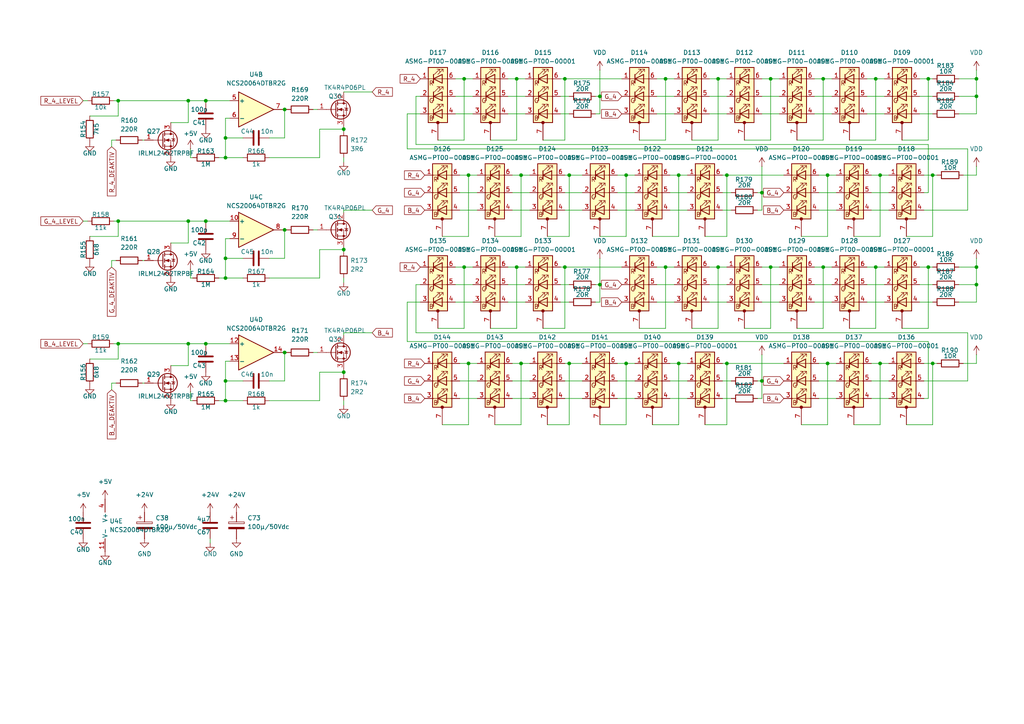
<source format=kicad_sch>
(kicad_sch (version 20250114) (generator "eeschema") (generator_version "9.0")
  (paper "A4")
  (title_block (title "608-Alfactory-Assay-Arena") (date "01.2024") (comment 1 "Optogen Arena RGB LED V1.0") (comment 2 "LED type: ASMG-PT00-00001") (comment 3 "R:625nm, G:525nm, B:460nm, IR:850nm"))
  (junction (at 59.69 64.135))
  (junction (at 283.21 77.47))
  (junction (at 34.29 29.21))
  (junction (at 135.89 105.41))
  (junction (at 223.52 77.47))
  (junction (at 254 22.86))
  (junction (at 149.86 77.47))
  (junction (at 149.86 22.86))
  (junction (at 135.89 50.8))
  (junction (at 163.83 77.47))
  (junction (at 54.61 64.135))
  (junction (at 181.61 50.8))
  (junction (at 65.405 45.72))
  (junction (at 165.1 50.8))
  (junction (at 65.405 116.205))
  (junction (at 34.29 99.695))
  (junction (at 65.405 74.93))
  (junction (at 283.21 27.94))
  (junction (at 238.76 77.47))
  (junction (at 99.695 72.39))
  (junction (at 255.27 105.41))
  (junction (at 65.405 40.005))
  (junction (at 82.55 66.675))
  (junction (at 134.62 77.47))
  (junction (at 181.61 105.41))
  (junction (at 82.55 31.75))
  (junction (at 134.62 22.86))
  (junction (at 220.98 55.88))
  (junction (at 196.85 50.8))
  (junction (at 173.99 82.55))
  (junction (at 59.69 99.695))
  (junction (at 240.03 105.41))
  (junction (at 99.695 107.95))
  (junction (at 240.03 50.8))
  (junction (at 238.76 22.86))
  (junction (at 54.61 99.695))
  (junction (at 65.405 80.645))
  (junction (at 269.24 77.47))
  (junction (at 210.82 50.8))
  (junction (at 193.04 22.86))
  (junction (at 283.21 22.86))
  (junction (at 254 77.47))
  (junction (at 208.28 22.86))
  (junction (at 173.99 27.94))
  (junction (at 99.695 37.465))
  (junction (at 151.13 105.41))
  (junction (at 193.04 77.47))
  (junction (at 163.83 22.86))
  (junction (at 34.29 64.135))
  (junction (at 223.52 22.86))
  (junction (at 220.98 110.49))
  (junction (at 208.28 77.47))
  (junction (at 283.21 82.55))
  (junction (at 270.51 50.8))
  (junction (at 196.85 105.41))
  (junction (at 54.61 29.21))
  (junction (at 255.27 50.8))
  (junction (at 82.55 102.235))
  (junction (at 59.69 29.21))
  (junction (at 210.82 105.41))
  (junction (at 270.51 105.41))
  (junction (at 269.24 22.86))
  (junction (at 151.13 50.8))
  (junction (at 65.405 110.49))
  (junction (at 165.1 105.41))
  (wire (pts (xy 195.58 27.94) (xy 190.5 27.94)))
  (wire (pts (xy 269.24 22.86) (xy 266.7 22.86)))
  (wire (pts (xy 283.21 27.94) (xy 283.21 33.02)))
  (wire (pts (xy 200.66 95.25) (xy 208.28 95.25)))
  (wire (pts (xy 54.61 64.135) (xy 59.69 64.135)))
  (wire (pts (xy 247.65 123.19) (xy 255.27 123.19)))
  (wire (pts (xy 180.34 22.86) (xy 163.83 22.86)))
  (wire (pts (xy 184.15 55.88) (xy 179.07 55.88)))
  (wire (pts (xy 151.13 123.19) (xy 151.13 105.41)))
  (wire (pts (xy 121.92 82.55) (xy 120.65 82.55)))
  (wire (pts (xy 226.06 22.86) (xy 223.52 22.86)))
  (wire (pts (xy 65.405 34.29) (xy 66.675 34.29)))
  (wire (pts (xy 153.67 115.57) (xy 148.59 115.57)))
  (wire (pts (xy 165.1 105.41) (xy 163.83 105.41)))
  (wire (pts (xy 208.28 95.25) (xy 208.28 77.47)))
  (wire (pts (xy 32.385 75.565) (xy 33.655 75.565)))
  (wire (pts (xy 34.29 99.695) (xy 33.02 99.695)))
  (wire (pts (xy 26.035 104.14) (xy 34.29 104.14)))
  (wire (pts (xy 78.105 110.49) (xy 82.55 110.49)))
  (wire (pts (xy 270.51 22.86) (xy 269.24 22.86)))
  (wire (pts (xy 184.15 105.41) (xy 181.61 105.41)))
  (wire (pts (xy 185.42 95.25) (xy 193.04 95.25)))
  (wire (pts (xy 70.485 116.205) (xy 65.405 116.205)))
  (wire (pts (xy 270.51 68.58) (xy 270.51 50.8)))
  (wire (pts (xy 82.55 74.93) (xy 82.55 66.675)))
  (wire (pts (xy 143.51 68.58) (xy 151.13 68.58)))
  (wire (pts (xy 256.54 33.02) (xy 251.46 33.02)))
  (wire (pts (xy 138.43 110.49) (xy 133.35 110.49)))
  (wire (pts (xy 270.51 87.63) (xy 266.7 87.63)))
  (wire (pts (xy 165.1 87.63) (xy 162.56 87.63)))
  (wire (pts (xy 223.52 22.86) (xy 223.52 40.64)))
  (wire (pts (xy 99.695 26.67) (xy 107.95 26.67)))
  (wire (pts (xy 204.47 123.19) (xy 210.82 123.19)))
  (wire (pts (xy 55.245 45.72) (xy 55.88 45.72)))
  (wire (pts (xy 238.76 77.47) (xy 236.22 77.47)))
  (wire (pts (xy 137.16 77.47) (xy 134.62 77.47)))
  (wire (pts (xy 135.89 123.19) (xy 135.89 105.41)))
  (wire (pts (xy 255.27 123.19) (xy 255.27 105.41)))
  (wire (pts (xy 120.65 96.52) (xy 280.67 96.52)))
  (wire (pts (xy 242.57 60.96) (xy 237.49 60.96)))
  (wire (pts (xy 181.61 50.8) (xy 179.07 50.8)))
  (wire (pts (xy 261.62 40.64) (xy 269.24 40.64)))
  (wire (pts (xy 165.1 50.8) (xy 165.1 68.58)))
  (wire (pts (xy 165.1 27.94) (xy 162.56 27.94)))
  (wire (pts (xy 270.51 82.55) (xy 266.7 82.55)))
  (wire (pts (xy 70.485 110.49) (xy 65.405 110.49)))
  (wire (pts (xy 246.38 40.64) (xy 254 40.64)))
  (wire (pts (xy 173.99 74.93) (xy 173.99 82.55)))
  (wire (pts (xy 168.91 60.96) (xy 163.83 60.96)))
  (wire (pts (xy 157.48 40.64) (xy 163.83 40.64)))
  (wire (pts (xy 227.33 50.8) (xy 210.82 50.8)))
  (wire (pts (xy 81.915 66.675) (xy 82.55 66.675)))
  (wire (pts (xy 120.65 27.94) (xy 120.65 41.91)))
  (wire (pts (xy 220.98 55.88) (xy 220.98 60.96)))
  (wire (pts (xy 241.3 77.47) (xy 238.76 77.47)))
  (wire (pts (xy 152.4 77.47) (xy 149.86 77.47)))
  (wire (pts (xy 32.385 40.64) (xy 33.655 40.64)))
  (wire (pts (xy 240.03 123.19) (xy 240.03 105.41)))
  (wire (pts (xy 54.61 29.21) (xy 59.69 29.21)))
  (wire (pts (xy 63.5 45.72) (xy 65.405 45.72)))
  (wire (pts (xy 254 40.64) (xy 254 22.86)))
  (wire (pts (xy 99.695 73.025) (xy 99.695 72.39)))
  (wire (pts (xy 99.695 60.96) (xy 99.695 61.595)))
  (wire (pts (xy 270.51 27.94) (xy 266.7 27.94)))
  (wire (pts (xy 49.53 106.045) (xy 54.61 106.045)))
  (wire (pts (xy 34.29 68.58) (xy 34.29 64.135)))
  (wire (pts (xy 99.695 108.585) (xy 99.695 107.95)))
  (wire (pts (xy 163.83 77.47) (xy 162.56 77.47)))
  (wire (pts (xy 121.92 33.02) (xy 118.11 33.02)))
  (wire (pts (xy 90.805 102.235) (xy 92.075 102.235)))
  (wire (pts (xy 163.83 22.86) (xy 162.56 22.86)))
  (wire (pts (xy 247.65 68.58) (xy 255.27 68.58)))
  (wire (pts (xy 181.61 68.58) (xy 181.61 50.8)))
  (wire (pts (xy 256.54 82.55) (xy 251.46 82.55)))
  (wire (pts (xy 24.13 29.21) (xy 25.4 29.21)))
  (wire (pts (xy 55.245 116.205) (xy 55.88 116.205)))
  (wire (pts (xy 34.29 104.14) (xy 34.29 99.695)))
  (wire (pts (xy 254 95.25) (xy 254 77.47)))
  (wire (pts (xy 242.57 105.41) (xy 240.03 105.41)))
  (wire (pts (xy 32.385 77.47) (xy 32.385 75.565)))
  (wire (pts (xy 238.76 95.25) (xy 238.76 77.47)))
  (wire (pts (xy 220.98 110.49) (xy 220.98 115.57)))
  (wire (pts (xy 220.98 48.26) (xy 220.98 55.88)))
  (wire (pts (xy 34.29 29.21) (xy 33.02 29.21)))
  (wire (pts (xy 78.105 80.645) (xy 92.71 80.645)))
  (wire (pts (xy 283.21 102.87) (xy 283.21 105.41)))
  (wire (pts (xy 283.21 77.47) (xy 278.13 77.47)))
  (wire (pts (xy 254 77.47) (xy 251.46 77.47)))
  (wire (pts (xy 189.23 123.19) (xy 196.85 123.19)))
  (wire (pts (xy 152.4 27.94) (xy 147.32 27.94)))
  (wire (pts (xy 184.15 110.49) (xy 179.07 110.49)))
  (wire (pts (xy 157.48 95.25) (xy 163.83 95.25)))
  (wire (pts (xy 184.15 115.57) (xy 179.07 115.57)))
  (wire (pts (xy 65.405 80.645) (xy 65.405 74.93)))
  (wire (pts (xy 142.24 40.64) (xy 149.86 40.64)))
  (wire (pts (xy 242.57 50.8) (xy 240.03 50.8)))
  (wire (pts (xy 199.39 110.49) (xy 194.31 110.49)))
  (wire (pts (xy 92.71 80.645) (xy 92.71 72.39)))
  (wire (pts (xy 210.82 27.94) (xy 205.74 27.94)))
  (wire (pts (xy 278.13 82.55) (xy 283.21 82.55)))
  (wire (pts (xy 271.78 105.41) (xy 270.51 105.41)))
  (wire (pts (xy 193.04 77.47) (xy 190.5 77.47)))
  (wire (pts (xy 138.43 115.57) (xy 133.35 115.57)))
  (wire (pts (xy 90.805 31.75) (xy 92.075 31.75)))
  (wire (pts (xy 255.27 105.41) (xy 252.73 105.41)))
  (wire (pts (xy 151.13 50.8) (xy 148.59 50.8)))
  (wire (pts (xy 257.81 55.88) (xy 252.73 55.88)))
  (wire (pts (xy 173.99 123.19) (xy 181.61 123.19)))
  (wire (pts (xy 143.51 123.19) (xy 151.13 123.19)))
  (wire (pts (xy 280.67 110.49) (xy 267.97 110.49)))
  (wire (pts (xy 32.385 42.545) (xy 32.385 40.64)))
  (wire (pts (xy 78.105 40.005) (xy 82.55 40.005)))
  (wire (pts (xy 193.04 40.64) (xy 193.04 22.86)))
  (wire (pts (xy 137.16 22.86) (xy 134.62 22.86)))
  (wire (pts (xy 168.91 105.41) (xy 165.1 105.41)))
  (wire (pts (xy 256.54 77.47) (xy 254 77.47)))
  (wire (pts (xy 232.41 68.58) (xy 240.03 68.58)))
  (wire (pts (xy 195.58 77.47) (xy 193.04 77.47)))
  (wire (pts (xy 269.24 55.88) (xy 267.97 55.88)))
  (wire (pts (xy 241.3 82.55) (xy 236.22 82.55)))
  (wire (pts (xy 32.385 113.03) (xy 32.385 111.125)))
  (wire (pts (xy 59.69 99.695) (xy 59.69 100.33)))
  (wire (pts (xy 54.61 106.045) (xy 54.61 99.695)))
  (wire (pts (xy 185.42 40.64) (xy 193.04 40.64)))
  (wire (pts (xy 54.61 70.485) (xy 54.61 64.135)))
  (wire (pts (xy 173.99 20.32) (xy 173.99 27.94)))
  (wire (pts (xy 135.89 68.58) (xy 135.89 50.8)))
  (wire (pts (xy 240.03 50.8) (xy 237.49 50.8)))
  (wire (pts (xy 269.24 115.57) (xy 269.24 99.06)))
  (wire (pts (xy 134.62 22.86) (xy 132.08 22.86)))
  (wire (pts (xy 262.89 68.58) (xy 270.51 68.58)))
  (wire (pts (xy 70.485 74.93) (xy 65.405 74.93)))
  (wire (pts (xy 241.3 22.86) (xy 238.76 22.86)))
  (wire (pts (xy 261.62 95.25) (xy 269.24 95.25)))
  (wire (pts (xy 226.06 87.63) (xy 220.98 87.63)))
  (wire (pts (xy 173.99 82.55) (xy 172.72 82.55)))
  (wire (pts (xy 210.82 50.8) (xy 209.55 50.8)))
  (wire (pts (xy 181.61 105.41) (xy 179.07 105.41)))
  (wire (pts (xy 181.61 123.19) (xy 181.61 105.41)))
  (wire (pts (xy 212.09 110.49) (xy 209.55 110.49)))
  (wire (pts (xy 81.915 31.75) (xy 82.55 31.75)))
  (wire (pts (xy 280.67 96.52) (xy 280.67 110.49)))
  (wire (pts (xy 138.43 105.41) (xy 135.89 105.41)))
  (wire (pts (xy 223.52 22.86) (xy 220.98 22.86)))
  (wire (pts (xy 158.75 68.58) (xy 165.1 68.58)))
  (wire (pts (xy 59.69 99.695) (xy 66.675 99.695)))
  (wire (pts (xy 210.82 123.19) (xy 210.82 105.41)))
  (wire (pts (xy 137.16 82.55) (xy 132.08 82.55)))
  (wire (pts (xy 208.28 40.64) (xy 208.28 22.86)))
  (wire (pts (xy 210.82 77.47) (xy 208.28 77.47)))
  (wire (pts (xy 65.405 69.215) (xy 66.675 69.215)))
  (wire (pts (xy 269.24 41.91) (xy 269.24 55.88)))
  (wire (pts (xy 24.13 99.695) (xy 25.4 99.695)))
  (wire (pts (xy 271.78 50.8) (xy 270.51 50.8)))
  (wire (pts (xy 99.695 116.205) (xy 99.695 117.475)))
  (wire (pts (xy 283.21 33.02) (xy 278.13 33.02)))
  (wire (pts (xy 152.4 22.86) (xy 149.86 22.86)))
  (wire (pts (xy 195.58 22.86) (xy 193.04 22.86)))
  (wire (pts (xy 70.485 80.645) (xy 65.405 80.645)))
  (wire (pts (xy 204.47 68.58) (xy 210.82 68.58)))
  (wire (pts (xy 246.38 95.25) (xy 254 95.25)))
  (wire (pts (xy 60.96 156.21) (xy 60.96 157.48)))
  (wire (pts (xy 65.405 110.49) (xy 65.405 104.775)))
  (wire (pts (xy 34.29 33.655) (xy 34.29 29.21)))
  (wire (pts (xy 149.86 77.47) (xy 147.32 77.47)))
  (wire (pts (xy 226.06 82.55) (xy 220.98 82.55)))
  (wire (pts (xy 184.15 60.96) (xy 179.07 60.96)))
  (wire (pts (xy 121.92 27.94) (xy 120.65 27.94)))
  (wire (pts (xy 226.06 27.94) (xy 220.98 27.94)))
  (wire (pts (xy 138.43 50.8) (xy 135.89 50.8)))
  (wire (pts (xy 127 40.64) (xy 134.62 40.64)))
  (wire (pts (xy 196.85 68.58) (xy 196.85 50.8)))
  (wire (pts (xy 280.67 43.18) (xy 118.11 43.18)))
  (wire (pts (xy 99.695 107.95) (xy 99.695 107.315)))
  (wire (pts (xy 99.695 72.39) (xy 99.695 71.755)))
  (wire (pts (xy 65.405 40.005) (xy 65.405 34.29)))
  (wire (pts (xy 210.82 22.86) (xy 208.28 22.86)))
  (wire (pts (xy 195.58 82.55) (xy 190.5 82.55)))
  (wire (pts (xy 242.57 55.88) (xy 237.49 55.88)))
  (wire (pts (xy 199.39 50.8) (xy 196.85 50.8)))
  (wire (pts (xy 142.24 95.25) (xy 149.86 95.25)))
  (wire (pts (xy 135.89 50.8) (xy 133.35 50.8)))
  (wire (pts (xy 189.23 68.58) (xy 196.85 68.58)))
  (wire (pts (xy 165.1 50.8) (xy 163.83 50.8)))
  (wire (pts (xy 254 22.86) (xy 251.46 22.86)))
  (wire (pts (xy 153.67 110.49) (xy 148.59 110.49)))
  (wire (pts (xy 223.52 77.47) (xy 220.98 77.47)))
  (wire (pts (xy 152.4 87.63) (xy 147.32 87.63)))
  (wire (pts (xy 34.29 64.135) (xy 54.61 64.135)))
  (wire (pts (xy 70.485 40.005) (xy 65.405 40.005)))
  (wire (pts (xy 99.695 96.52) (xy 107.95 96.52)))
  (wire (pts (xy 65.405 104.775) (xy 66.675 104.775)))
  (wire (pts (xy 165.1 105.41) (xy 165.1 123.19)))
  (wire (pts (xy 135.89 105.41) (xy 133.35 105.41)))
  (wire (pts (xy 26.035 68.58) (xy 34.29 68.58)))
  (wire (pts (xy 26.035 33.655) (xy 34.29 33.655)))
  (wire (pts (xy 257.81 115.57) (xy 252.73 115.57)))
  (wire (pts (xy 208.28 77.47) (xy 205.74 77.47)))
  (wire (pts (xy 34.29 64.135) (xy 33.02 64.135)))
  (wire (pts (xy 120.65 41.91) (xy 269.24 41.91)))
  (wire (pts (xy 212.09 115.57) (xy 209.55 115.57)))
  (wire (pts (xy 134.62 40.64) (xy 134.62 22.86)))
  (wire (pts (xy 34.29 99.695) (xy 54.61 99.695)))
  (wire (pts (xy 41.275 75.565) (xy 41.91 75.565)))
  (wire (pts (xy 138.43 55.88) (xy 133.35 55.88)))
  (wire (pts (xy 54.61 35.56) (xy 54.61 29.21)))
  (wire (pts (xy 149.86 40.64) (xy 149.86 22.86)))
  (wire (pts (xy 262.89 123.19) (xy 270.51 123.19)))
  (wire (pts (xy 241.3 27.94) (xy 236.22 27.94)))
  (wire (pts (xy 59.69 29.21) (xy 66.675 29.21)))
  (wire (pts (xy 270.51 105.41) (xy 267.97 105.41)))
  (wire (pts (xy 220.98 102.87) (xy 220.98 110.49)))
  (wire (pts (xy 54.61 99.695) (xy 59.69 99.695)))
  (wire (pts (xy 200.66 40.64) (xy 208.28 40.64)))
  (wire (pts (xy 92.71 72.39) (xy 99.695 72.39)))
  (wire (pts (xy 163.83 77.47) (xy 163.83 95.25)))
  (wire (pts (xy 153.67 60.96) (xy 148.59 60.96)))
  (wire (pts (xy 65.405 74.93) (xy 65.405 69.215)))
  (wire (pts (xy 210.82 105.41) (xy 209.55 105.41)))
  (wire (pts (xy 257.81 105.41) (xy 255.27 105.41)))
  (wire (pts (xy 199.39 115.57) (xy 194.31 115.57)))
  (wire (pts (xy 151.13 105.41) (xy 148.59 105.41)))
  (wire (pts (xy 168.91 50.8) (xy 165.1 50.8)))
  (wire (pts (xy 269.24 40.64) (xy 269.24 22.86)))
  (wire (pts (xy 92.71 37.465) (xy 99.695 37.465)))
  (wire (pts (xy 257.81 110.49) (xy 252.73 110.49)))
  (wire (pts (xy 134.62 95.25) (xy 134.62 77.47)))
  (wire (pts (xy 283.21 27.94) (xy 278.13 27.94)))
  (wire (pts (xy 283.21 50.8) (xy 279.4 50.8)))
  (wire (pts (xy 153.67 55.88) (xy 148.59 55.88)))
  (wire (pts (xy 168.91 55.88) (xy 163.83 55.88)))
  (wire (pts (xy 99.695 96.52) (xy 99.695 97.155)))
  (wire (pts (xy 24.13 64.135) (xy 25.4 64.135)))
  (wire (pts (xy 196.85 50.8) (xy 194.31 50.8)))
  (wire (pts (xy 121.92 87.63) (xy 118.11 87.63)))
  (wire (pts (xy 199.39 60.96) (xy 194.31 60.96)))
  (wire (pts (xy 270.51 123.19) (xy 270.51 105.41)))
  (wire (pts (xy 241.3 87.63) (xy 236.22 87.63)))
  (wire (pts (xy 168.91 115.57) (xy 163.83 115.57)))
  (wire (pts (xy 231.14 95.25) (xy 238.76 95.25)))
  (wire (pts (xy 153.67 105.41) (xy 151.13 105.41)))
  (wire (pts (xy 283.21 22.86) (xy 278.13 22.86)))
  (wire (pts (xy 196.85 123.19) (xy 196.85 105.41)))
  (wire (pts (xy 238.76 22.86) (xy 236.22 22.86)))
  (wire (pts (xy 283.21 77.47) (xy 283.21 82.55)))
  (wire (pts (xy 149.86 95.25) (xy 149.86 77.47)))
  (wire (pts (xy 241.3 33.02) (xy 236.22 33.02)))
  (wire (pts (xy 92.71 45.72) (xy 92.71 37.465)))
  (wire (pts (xy 270.51 50.8) (xy 267.97 50.8)))
  (wire (pts (xy 283.21 27.94) (xy 283.21 22.86)))
  (wire (pts (xy 210.82 68.58) (xy 210.82 50.8)))
  (wire (pts (xy 283.21 82.55) (xy 283.21 87.63)))
  (wire (pts (xy 269.24 115.57) (xy 267.97 115.57)))
  (wire (pts (xy 242.57 110.49) (xy 237.49 110.49)))
  (wire (pts (xy 82.55 102.235) (xy 83.185 102.235)))
  (wire (pts (xy 215.9 95.25) (xy 223.52 95.25)))
  (wire (pts (xy 65.405 45.72) (xy 65.405 40.005)))
  (wire (pts (xy 193.04 95.25) (xy 193.04 77.47)))
  (wire (pts (xy 283.21 74.93) (xy 283.21 77.47)))
  (wire (pts (xy 199.39 55.88) (xy 194.31 55.88)))
  (wire (pts (xy 238.76 40.64) (xy 238.76 22.86)))
  (wire (pts (xy 172.72 87.63) (xy 173.99 87.63)))
  (wire (pts (xy 196.85 105.41) (xy 194.31 105.41)))
  (wire (pts (xy 283.21 48.26) (xy 283.21 50.8)))
  (wire (pts (xy 63.5 116.205) (xy 65.405 116.205)))
  (wire (pts (xy 151.13 68.58) (xy 151.13 50.8)))
  (wire (pts (xy 219.71 115.57) (xy 220.98 115.57)))
  (wire (pts (xy 118.11 87.63) (xy 118.11 99.06)))
  (wire (pts (xy 165.1 33.02) (xy 162.56 33.02)))
  (wire (pts (xy 163.83 22.86) (xy 163.83 40.64)))
  (wire (pts (xy 283.21 87.63) (xy 278.13 87.63)))
  (wire (pts (xy 118.11 33.02) (xy 118.11 43.18)))
  (wire (pts (xy 152.4 33.02) (xy 147.32 33.02)))
  (wire (pts (xy 231.14 40.64) (xy 238.76 40.64)))
  (wire (pts (xy 210.82 33.02) (xy 205.74 33.02)))
  (wire (pts (xy 257.81 50.8) (xy 255.27 50.8)))
  (wire (pts (xy 59.69 64.135) (xy 59.69 64.77)))
  (wire (pts (xy 255.27 50.8) (xy 252.73 50.8)))
  (wire (pts (xy 226.06 33.02) (xy 220.98 33.02)))
  (wire (pts (xy 158.75 123.19) (xy 165.1 123.19)))
  (wire (pts (xy 55.245 80.645) (xy 55.88 80.645)))
  (wire (pts (xy 128.27 68.58) (xy 135.89 68.58)))
  (wire (pts (xy 269.24 99.06) (xy 118.11 99.06)))
  (wire (pts (xy 256.54 22.86) (xy 254 22.86)))
  (wire (pts (xy 269.24 77.47) (xy 266.7 77.47)))
  (wire (pts (xy 270.51 33.02) (xy 266.7 33.02)))
  (wire (pts (xy 220.98 55.88) (xy 219.71 55.88)))
  (wire (pts (xy 212.09 60.96) (xy 209.55 60.96)))
  (wire (pts (xy 153.67 50.8) (xy 151.13 50.8)))
  (wire (pts (xy 172.72 33.02) (xy 173.99 33.02)))
  (wire (pts (xy 55.245 43.18) (xy 55.245 45.72)))
  (wire (pts (xy 208.28 22.86) (xy 205.74 22.86)))
  (wire (pts (xy 82.55 110.49) (xy 82.55 102.235)))
  (wire (pts (xy 223.52 77.47) (xy 223.52 95.25)))
  (wire (pts (xy 173.99 82.55) (xy 173.99 87.63)))
  (wire (pts (xy 82.55 31.75) (xy 83.185 31.75)))
  (wire (pts (xy 120.65 82.55) (xy 120.65 96.52)))
  (wire (pts (xy 173.99 27.94) (xy 173.99 33.02)))
  (wire (pts (xy 41.275 111.125) (xy 41.91 111.125)))
  (wire (pts (xy 219.71 60.96) (xy 220.98 60.96)))
  (wire (pts (xy 165.1 82.55) (xy 162.56 82.55)))
  (wire (pts (xy 257.81 60.96) (xy 252.73 60.96)))
  (wire (pts (xy 99.695 80.645) (xy 99.695 81.915)))
  (wire (pts (xy 137.16 87.63) (xy 132.08 87.63)))
  (wire (pts (xy 269.24 95.25) (xy 269.24 77.47)))
  (wire (pts (xy 184.15 50.8) (xy 181.61 50.8)))
  (wire (pts (xy 149.86 22.86) (xy 147.32 22.86)))
  (wire (pts (xy 227.33 105.41) (xy 210.82 105.41)))
  (wire (pts (xy 137.16 27.94) (xy 132.08 27.94)))
  (wire (pts (xy 99.695 37.465) (xy 99.695 36.83)))
  (wire (pts (xy 283.21 20.32) (xy 283.21 22.86)))
  (wire (pts (xy 152.4 82.55) (xy 147.32 82.55)))
  (wire (pts (xy 32.385 111.125) (xy 33.655 111.125)))
  (wire (pts (xy 226.06 77.47) (xy 223.52 77.47)))
  (wire (pts (xy 49.53 70.485) (xy 54.61 70.485)))
  (wire (pts (xy 90.805 66.675) (xy 92.075 66.675)))
  (wire (pts (xy 212.09 55.88) (xy 209.55 55.88)))
  (wire (pts (xy 255.27 68.58) (xy 255.27 50.8)))
  (wire (pts (xy 82.55 66.675) (xy 83.185 66.675)))
  (wire (pts (xy 92.71 107.95) (xy 99.695 107.95)))
  (wire (pts (xy 199.39 105.41) (xy 196.85 105.41)))
  (wire (pts (xy 280.67 60.96) (xy 280.67 43.18)))
  (wire (pts (xy 240.03 68.58) (xy 240.03 50.8)))
  (wire (pts (xy 59.69 64.135) (xy 66.675 64.135)))
  (wire (pts (xy 280.67 60.96) (xy 267.97 60.96)))
  (wire (pts (xy 34.29 29.21) (xy 54.61 29.21)))
  (wire (pts (xy 41.275 40.64) (xy 41.91 40.64)))
  (wire (pts (xy 49.53 35.56) (xy 54.61 35.56)))
  (wire (pts (xy 59.69 29.21) (xy 59.69 29.845)))
  (wire (pts (xy 210.82 82.55) (xy 205.74 82.55)))
  (wire (pts (xy 137.16 33.02) (xy 132.08 33.02)))
  (wire (pts (xy 78.105 45.72) (xy 92.71 45.72)))
  (wire (pts (xy 99.695 45.72) (xy 99.695 46.99)))
  (wire (pts (xy 215.9 40.64) (xy 223.52 40.64)))
  (wire (pts (xy 63.5 80.645) (xy 65.405 80.645)))
  (wire (pts (xy 242.57 115.57) (xy 237.49 115.57)))
  (wire (pts (xy 173.99 27.94) (xy 172.72 27.94)))
  (wire (pts (xy 195.58 87.63) (xy 190.5 87.63)))
  (wire (pts (xy 78.105 116.205) (xy 92.71 116.205)))
  (wire (pts (xy 270.51 77.47) (xy 269.24 77.47)))
  (wire (pts (xy 180.34 77.47) (xy 163.83 77.47)))
  (wire (pts (xy 55.245 78.105) (xy 55.245 80.645)))
  (wire (pts (xy 195.58 33.02) (xy 190.5 33.02)))
  (wire (pts (xy 210.82 87.63) (xy 205.74 87.63)))
  (wire (pts (xy 55.245 113.665) (xy 55.245 116.205)))
  (wire (pts (xy 256.54 27.94) (xy 251.46 27.94)))
  (wire (pts (xy 193.04 22.86) (xy 190.5 22.86)))
  (wire (pts (xy 128.27 123.19) (xy 135.89 123.19)))
  (wire (pts (xy 92.71 116.205) (xy 92.71 107.95)))
  (wire (pts (xy 134.62 77.47) (xy 132.08 77.47)))
  (wire (pts (xy 99.695 38.1) (xy 99.695 37.465)))
  (wire (pts (xy 138.43 60.96) (xy 133.35 60.96)))
  (wire (pts (xy 283.21 105.41) (xy 279.4 105.41)))
  (wire (pts (xy 65.405 116.205) (xy 65.405 110.49)))
  (wire (pts (xy 173.99 68.58) (xy 181.61 68.58)))
  (wire (pts (xy 127 95.25) (xy 134.62 95.25)))
  (wire (pts (xy 78.105 74.93) (xy 82.55 74.93)))
  (wire (pts (xy 232.41 123.19) (xy 240.03 123.19)))
  (wire (pts (xy 82.55 40.005) (xy 82.55 31.75)))
  (wire (pts (xy 256.54 87.63) (xy 251.46 87.63)))
  (wire (pts (xy 107.95 60.96) (xy 99.695 60.96)))
  (wire (pts (xy 70.485 45.72) (xy 65.405 45.72)))
  (wire (pts (xy 168.91 110.49) (xy 163.83 110.49)))
  (wire (pts (xy 240.03 105.41) (xy 237.49 105.41)))
  (wire (pts (xy 220.98 110.49) (xy 219.71 110.49)))
  (wire (pts (xy 81.915 102.235) (xy 82.55 102.235)))
  (global_label "G_4" (shape input) (at 227.33 55.88 180) (property "Intersheetrefs" "${INTERSHEET_REFS}" (effects (hide yes))))
  (global_label "B_4" (shape input) (at 123.19 60.96 180) (property "Intersheetrefs" "${INTERSHEET_REFS}" (effects (hide yes))))
  (global_label "G_4" (shape input) (at 227.33 110.49 180) (property "Intersheetrefs" "${INTERSHEET_REFS}" (effects (hide yes))))
  (global_label "B_4" (shape input) (at 180.34 33.02 180) (property "Intersheetrefs" "${INTERSHEET_REFS}" (effects (hide yes))))
  (global_label "B_4" (shape input) (at 180.34 87.63 180) (property "Intersheetrefs" "${INTERSHEET_REFS}" (effects (hide yes))))
  (global_label "R_4_DEAKTIV" (shape input) (at 32.385 42.545 270) (property "Intersheetrefs" "${INTERSHEET_REFS}" (effects (hide yes))))
  (global_label "B_4_LEVEL" (shape input) (at 24.13 99.695 180) (property "Intersheetrefs" "${INTERSHEET_REFS}" (effects (hide yes))))
  (global_label "R_4" (shape input) (at 123.19 50.8 180) (property "Intersheetrefs" "${INTERSHEET_REFS}" (effects (hide yes))))
  (global_label "R_4_LEVEL" (shape input) (at 24.13 29.21 180) (property "Intersheetrefs" "${INTERSHEET_REFS}" (effects (hide yes))))
  (global_label "R_4" (shape input) (at 107.95 26.67 0) (property "Intersheetrefs" "${INTERSHEET_REFS}" (effects (hide yes))))
  (global_label "G_4" (shape input) (at 123.19 110.49 180) (property "Intersheetrefs" "${INTERSHEET_REFS}" (effects (hide yes))))
  (global_label "B_4" (shape input) (at 227.33 115.57 180) (property "Intersheetrefs" "${INTERSHEET_REFS}" (effects (hide yes))))
  (global_label "R_4" (shape input) (at 121.92 22.86 180) (property "Intersheetrefs" "${INTERSHEET_REFS}" (effects (hide yes))))
  (global_label "G_4" (shape input) (at 123.19 55.88 180) (property "Intersheetrefs" "${INTERSHEET_REFS}" (effects (hide yes))))
  (global_label "R_4" (shape input) (at 123.19 105.41 180) (property "Intersheetrefs" "${INTERSHEET_REFS}" (effects (hide yes))))
  (global_label "G_4_DEAKTIV" (shape input) (at 32.385 77.47 270) (property "Intersheetrefs" "${INTERSHEET_REFS}" (effects (hide yes))))
  (global_label "B_4" (shape input) (at 227.33 60.96 180) (property "Intersheetrefs" "${INTERSHEET_REFS}" (effects (hide yes))))
  (global_label "G_4" (shape input) (at 180.34 82.55 180) (property "Intersheetrefs" "${INTERSHEET_REFS}" (effects (hide yes))))
  (global_label "B_4_DEAKTIV" (shape input) (at 32.385 113.03 270) (property "Intersheetrefs" "${INTERSHEET_REFS}" (effects (hide yes))))
  (global_label "B_4" (shape input) (at 107.95 96.52 0) (property "Intersheetrefs" "${INTERSHEET_REFS}" (effects (hide yes))))
  (global_label "G_4" (shape input) (at 107.95 60.96 0) (property "Intersheetrefs" "${INTERSHEET_REFS}" (effects (hide yes))))
  (global_label "G_4_LEVEL" (shape input) (at 24.13 64.135 180) (property "Intersheetrefs" "${INTERSHEET_REFS}" (effects (hide yes))))
  (global_label "B_4" (shape input) (at 123.19 115.57 180) (property "Intersheetrefs" "${INTERSHEET_REFS}" (effects (hide yes))))
  (global_label "G_4" (shape input) (at 180.34 27.94 180) (property "Intersheetrefs" "${INTERSHEET_REFS}" (effects (hide yes))))
  (global_label "R_4" (shape input) (at 121.92 77.47 180) (property "Intersheetrefs" "${INTERSHEET_REFS}" (effects (hide yes))))
  (symbol (lib_id "power:+5V") (at 30.48 144.78 0) (unit 1)
    (property "Reference" "#PWR0134" (effects (hide yes)))
    (property "Value" "+5V" (at 30.48 139.7 0))
    (property "Description" "Power symbol creates a global label with name \"+5V\"" (effects (hide yes)))
  )
  (symbol (lib_id "Device:R") (at 26.035 72.39 180) (unit 1)
    (property "Reference" "R155" (at 24.13 72.39 90))
    (property "Value" "6k8" (at 27.94 72.39 90))
    (property "Footprint" "Resistor_SMD:R_0805_2012Metric" (effects (hide yes)))
  )
  (symbol (lib_id "Device:R") (at 59.69 116.205 90) (unit 1)
    (property "Reference" "R165" (at 59.69 114.3 90))
    (property "Value" "1M" (at 59.69 118.11 90))
    (property "Footprint" "Resistor_SMD:R_0805_2012Metric" (effects (hide yes)))
  )
  (symbol (lib_id "power:+24V") (at 60.96 148.59 0) (unit 1)
    (property "Reference" "#PWR0210" (effects (hide yes)))
    (property "Value" "+24V" (at 60.96 143.51 0))
  )
  (symbol (lib_id "Device:C") (at 59.69 68.58 180) (unit 1)
    (property "Reference" "C42" (at 57.785 70.485 0))
    (property "Value" "100p" (at 57.785 66.675 0))
    (property "Footprint" "Capacitor_SMD:C_0805_2012Metric" (effects (hide yes)))
    (property "Description" "Unpolarized capacitor" (effects (hide yes)))
  )
  (symbol (lib_id "Device:LED_RGB_EP") (at 127 82.55 0) (unit 1)
    (property "Reference" "D135" (at 127 69.85 0))
    (property "Value" "ASMG-PT00-00001" (at 127 72.39 0))
    (property "Footprint" "Broadcom:ASMG-PT00-00001" (effects (hide yes)))
  )
  (symbol (lib_id "Device:R") (at 29.21 64.135 90) (unit 1)
    (property "Reference" "R158" (at 29.21 62.23 90))
    (property "Value" "11k" (at 29.21 66.04 90))
    (property "Footprint" "Resistor_SMD:R_0805_2012Metric" (effects (hide yes)))
  )
  (symbol (lib_id "Transistor_FET:BSS138") (at 46.99 75.565 0) (unit 1)
    (property "Reference" "Q28" (at 42.545 73.025 0) (effects (justify left)))
    (property "Value" "IRLML2402TRPBF" (at 40.005 79.375 0) (effects (justify left)))
    (property "Footprint" "Package_TO_SOT_SMD:SOT-23" (effects (hide yes)))
    (property "Datasheet" "https://www.onsemi.com/pub/Collateral/BSS138-D.PDF" (effects (hide yes)))
    (property "Description" "50V Vds, 0.22A Id, N-Channel MOSFET, SOT-23" (effects (hide yes)))
  )
  (symbol (lib_id "Device:R") (at 274.32 27.94 90) (unit 1)
    (property "Reference" "R184" (at 274.193 24.13 90))
    (property "Value" "20R" (at 274.32 25.781 90))
    (property "Footprint" "Resistor_SMD:R_1210_3225Metric" (effects (hide yes)))
  )
  (symbol (lib_id "Device:R") (at 99.695 41.91 180) (unit 1)
    (property "Reference" "R172" (at 101.6 40.6399 0) (effects (justify right)))
    (property "Value" "3R6" (at 101.6 43.1799 0) (effects (justify right)))
    (property "Footprint" "Resistor_SMD:R_2512_6332Metric_Pad1.40x3.35mm_HandSolder" (effects (hide yes)))
  )
  (symbol (lib_id "power:+5V") (at 55.245 113.665 0) (unit 1)
    (property "Reference" "#PWR0141" (effects (hide yes)))
    (property "Value" "+5V" (at 55.245 109.22 0))
    (property "Description" "Power symbol creates a global label with name \"+5V\"" (effects (hide yes)))
  )
  (symbol (lib_id "Device:LED_RGB_EP") (at 246.38 82.55 0) (unit 1)
    (property "Reference" "D128" (at 246.38 69.85 0))
    (property "Value" "ASMG-PT00-00001" (at 246.38 72.39 0))
    (property "Footprint" "Broadcom:ASMG-PT00-00001" (effects (hide yes)))
  )
  (symbol (lib_id "Device:R") (at 37.465 111.125 90) (unit 1)
    (property "Reference" "R162" (at 37.465 104.775 90))
    (property "Value" "220R" (at 37.465 107.315 90))
    (property "Footprint" "Resistor_SMD:R_0805_2012Metric" (effects (hide yes)))
  )
  (symbol (lib_id "Device:LED_RGB_EP") (at 143.51 110.49 0) (unit 1)
    (property "Reference" "D143" (at 143.51 97.79 0))
    (property "Value" "ASMG-PT00-00001" (at 143.51 100.33 0))
    (property "Footprint" "Broadcom:ASMG-PT00-00001" (effects (hide yes)))
  )
  (symbol (lib_id "Device:R") (at 59.69 80.645 90) (unit 1)
    (property "Reference" "R164" (at 59.69 78.74 90))
    (property "Value" "1M" (at 59.69 82.55 90))
    (property "Footprint" "Resistor_SMD:R_0805_2012Metric" (effects (hide yes)))
  )
  (symbol (lib_id "power:GND") (at 26.035 111.76 0) (unit 1)
    (property "Reference" "#PWR0133" (effects (hide yes)))
    (property "Value" "GND" (at 26.035 114.935 0))
    (property "Description" "Power symbol creates a global label with name \"GND\" , ground" (effects (hide yes)))
  )
  (symbol (lib_id "Device:LED_RGB_EP") (at 128.27 55.88 0) (unit 1)
    (property "Reference" "D126" (at 128.27 43.18 0))
    (property "Value" "ASMG-PT00-00001" (at 128.27 45.72 0))
    (property "Footprint" "Broadcom:ASMG-PT00-00001" (effects (hide yes)))
  )
  (symbol (lib_id "Device:R") (at 37.465 75.565 90) (unit 1)
    (property "Reference" "R161" (at 37.465 69.215 90))
    (property "Value" "220R" (at 37.465 71.755 90))
    (property "Footprint" "Resistor_SMD:R_0805_2012Metric" (effects (hide yes)))
  )
  (symbol (lib_id "power:GND") (at 99.695 117.475 0) (unit 1)
    (property "Reference" "#PWR0147" (effects (hide yes)))
    (property "Value" "GND" (at 99.695 120.65 0))
    (property "Description" "Power symbol creates a global label with name \"GND\" , ground" (effects (hide yes)))
  )
  (symbol (lib_id "Device:LED_RGB_EP") (at 262.89 110.49 0) (unit 1)
    (property "Reference" "D136" (at 262.89 97.79 0))
    (property "Value" "ASMG-PT00-00001" (at 262.89 100.33 0))
    (property "Footprint" "Broadcom:ASMG-PT00-00001" (effects (hide yes)))
  )
  (symbol (lib_id "power:GND") (at 60.96 157.48 0) (unit 1)
    (property "Reference" "#PWR0211" (effects (hide yes)))
    (property "Value" "GND" (at 60.96 160.655 0))
    (property "Description" "Power symbol creates a global label with name \"GND\" , ground" (effects (hide yes)))
  )
  (symbol (lib_id "power:GND") (at 26.035 76.2 0) (unit 1)
    (property "Reference" "#PWR0132" (effects (hide yes)))
    (property "Value" "GND" (at 26.035 79.375 0))
    (property "Description" "Power symbol creates a global label with name \"GND\" , ground" (effects (hide yes)))
  )
  (symbol (lib_id "Device:LED_RGB_EP") (at 215.9 27.94 0) (unit 1)
    (property "Reference" "D112" (at 215.9 15.24 0))
    (property "Value" "ASMG-PT00-00001" (at 215.9 17.78 0))
    (property "Footprint" "Broadcom:ASMG-PT00-00001" (effects (hide yes)))
  )
  (symbol (lib_id "power:GND") (at 49.53 80.645 0) (unit 1)
    (property "Reference" "#PWR0137" (effects (hide yes)))
    (property "Value" "GND" (at 49.53 83.82 0))
    (property "Description" "Power symbol creates a global label with name \"GND\" , ground" (effects (hide yes)))
  )
  (symbol (lib_id "Device:LED_RGB_EP") (at 246.38 27.94 0) (unit 1)
    (property "Reference" "D110" (at 246.38 15.24 0))
    (property "Value" "ASMG-PT00-00001" (at 246.38 17.78 0))
    (property "Footprint" "Broadcom:ASMG-PT00-00001" (effects (hide yes)))
  )
  (symbol (lib_id "Device:LED_RGB_EP") (at 232.41 55.88 0) (unit 1)
    (property "Reference" "D120" (at 232.41 43.18 0))
    (property "Value" "ASMG-PT00-00001" (at 232.41 45.72 0))
    (property "Footprint" "Broadcom:ASMG-PT00-00001" (effects (hide yes)))
  )
  (symbol (lib_id "Device:R") (at 274.32 22.86 90) (unit 1)
    (property "Reference" "R183" (at 274.193 19.05 90))
    (property "Value" "10R" (at 274.32 20.701 90))
    (property "Footprint" "Resistor_SMD:R_1210_3225Metric" (effects (hide yes)))
  )
  (symbol (lib_id "Device:R") (at 215.9 115.57 90) (unit 1)
    (property "Reference" "R182" (at 215.773 111.76 90))
    (property "Value" "20R" (at 215.9 113.411 90))
    (property "Footprint" "Resistor_SMD:R_1210_3225Metric" (effects (hide yes)))
  )
  (symbol (lib_id "Device:C_Polarized") (at 41.91 152.4 0) (unit 1)
    (property "Reference" "C38" (at 45.085 150.241 0) (effects (justify left)))
    (property "Value" "100µ/50Vdc" (at 45.085 152.781 0) (effects (justify left)))
    (property "Footprint" "Capacitor_SMD:CP_Elec_6.3x7.7" (effects (hide yes)))
  )
  (symbol (lib_id "Device:LED_RGB_EP") (at 231.14 27.94 0) (unit 1)
    (property "Reference" "D111" (at 231.14 15.24 0))
    (property "Value" "ASMG-PT00-00001" (at 231.14 17.78 0))
    (property "Footprint" "Broadcom:ASMG-PT00-00001" (effects (hide yes)))
  )
  (symbol (lib_id "Device:R") (at 59.69 45.72 90) (unit 1)
    (property "Reference" "R163" (at 59.69 43.815 90))
    (property "Value" "1M" (at 59.69 47.625 90))
    (property "Footprint" "Resistor_SMD:R_0805_2012Metric" (effects (hide yes)))
  )
  (symbol (lib_id "Device:R") (at 168.91 87.63 90) (unit 1)
    (property "Reference" "R178" (at 168.783 83.82 90))
    (property "Value" "20R" (at 168.91 85.471 90))
    (property "Footprint" "Resistor_SMD:R_1210_3225Metric" (effects (hide yes)))
  )
  (symbol (lib_id "Transistor_FET:BSS138") (at 46.99 111.125 0) (unit 1)
    (property "Reference" "Q29" (at 42.545 108.585 0) (effects (justify left)))
    (property "Value" "IRLML2402TRPBF" (at 40.005 114.935 0) (effects (justify left)))
    (property "Footprint" "Package_TO_SOT_SMD:SOT-23" (effects (hide yes)))
    (property "Datasheet" "https://www.onsemi.com/pub/Collateral/BSS138-D.PDF" (effects (hide yes)))
    (property "Description" "50V Vds, 0.22A Id, N-Channel MOSFET, SOT-23" (effects (hide yes)))
  )
  (symbol (lib_id "Amplifier_Operational:TLV9304xPW") (at 74.295 102.235 0) (unit 4)
    (property "Reference" "U4" (at 74.295 92.71 0))
    (property "Value" "NCS20064DTBR2G" (at 74.295 95.25 0))
    (property "Footprint" "Package_SO:TSSOP-14_4.4x5mm_P0.65mm" (effects (hide yes)))
    (property "Datasheet" "https://www.ti.com/lit/ds/symlink/tlv9304.pdf" (effects (hide yes)))
    (property "Description" "40-V, 1-MHz, RRO Operational Amplifiers for Cost-Sensitive Systems, TSSOP-14" (effects (hide yes)))
  )
  (symbol (lib_id "Device:R") (at 168.91 27.94 90) (unit 1)
    (property "Reference" "R175" (at 168.783 24.13 90))
    (property "Value" "20R" (at 168.91 25.781 90))
    (property "Footprint" "Resistor_SMD:R_1210_3225Metric" (effects (hide yes)))
  )
  (symbol (lib_id "Device:R") (at 215.9 55.88 90) (unit 1)
    (property "Reference" "R179" (at 215.773 52.07 90))
    (property "Value" "20R" (at 215.9 53.721 90))
    (property "Footprint" "Resistor_SMD:R_1210_3225Metric" (effects (hide yes)))
  )
  (symbol (lib_id "Device:LED_RGB_EP") (at 142.24 27.94 0) (unit 1)
    (property "Reference" "D116" (at 142.24 15.24 0))
    (property "Value" "ASMG-PT00-00001" (at 142.24 17.78 0))
    (property "Footprint" "Broadcom:ASMG-PT00-00001" (effects (hide yes)))
  )
  (symbol (lib_id "Amplifier_Operational:TLV9304xPW") (at 74.295 66.675 0) (unit 3)
    (property "Reference" "U4" (at 74.295 57.15 0))
    (property "Value" "NCS20064DTBR2G" (at 74.295 59.69 0))
    (property "Footprint" "Package_SO:TSSOP-14_4.4x5mm_P0.65mm" (effects (hide yes)))
    (property "Datasheet" "https://www.ti.com/lit/ds/symlink/tlv9304.pdf" (effects (hide yes)))
    (property "Description" "40-V, 1-MHz, RRO Operational Amplifiers for Cost-Sensitive Systems, TSSOP-14" (effects (hide yes)))
  )
  (symbol (lib_id "power:GND") (at 59.69 72.39 0) (unit 1)
    (property "Reference" "#PWR0143" (effects (hide yes)))
    (property "Value" "GND" (at 59.69 75.565 0))
    (property "Description" "Power symbol creates a global label with name \"GND\" , ground" (effects (hide yes)))
  )
  (symbol (lib_id "Device:LED_RGB_EP") (at 173.99 110.49 0) (unit 1)
    (property "Reference" "D141" (at 173.99 97.79 0))
    (property "Value" "ASMG-PT00-00001" (at 173.99 100.33 0))
    (property "Footprint" "Broadcom:ASMG-PT00-00001" (effects (hide yes)))
  )
  (symbol (lib_id "Device:R") (at 26.035 107.95 180) (unit 1)
    (property "Reference" "R156" (at 24.13 107.95 90))
    (property "Value" "6k8" (at 27.94 107.95 90))
    (property "Footprint" "Resistor_SMD:R_0805_2012Metric" (effects (hide yes)))
  )
  (symbol (lib_id "Device:LED_RGB_EP") (at 185.42 82.55 0) (unit 1)
    (property "Reference" "D132" (at 185.42 69.85 0))
    (property "Value" "ASMG-PT00-00001" (at 185.42 72.39 0))
    (property "Footprint" "Broadcom:ASMG-PT00-00001" (effects (hide yes)))
  )
  (symbol (lib_id "Device:LED_RGB_EP") (at 157.48 27.94 0) (unit 1)
    (property "Reference" "D115" (at 157.48 15.24 0))
    (property "Value" "ASMG-PT00-00001" (at 157.48 17.78 0))
    (property "Footprint" "Broadcom:ASMG-PT00-00001" (effects (hide yes)))
  )
  (symbol (lib_id "power:+5V") (at 55.245 43.18 0) (unit 1)
    (property "Reference" "#PWR0139" (effects (hide yes)))
    (property "Value" "+5V" (at 55.245 38.735 0))
    (property "Description" "Power symbol creates a global label with name \"+5V\"" (effects (hide yes)))
  )
  (symbol (lib_id "Device:LED_RGB_EP") (at 262.89 55.88 0) (unit 1)
    (property "Reference" "D118" (at 262.89 43.18 0))
    (property "Value" "ASMG-PT00-00001" (at 262.89 45.72 0))
    (property "Footprint" "Broadcom:ASMG-PT00-00001" (effects (hide yes)))
  )
  (symbol (lib_id "Device:LED_RGB_EP") (at 157.48 82.55 0) (unit 1)
    (property "Reference" "D133" (at 157.48 69.85 0))
    (property "Value" "ASMG-PT00-00001" (at 157.48 72.39 0))
    (property "Footprint" "Broadcom:ASMG-PT00-00001" (effects (hide yes)))
  )
  (symbol (lib_id "power:VDD") (at 173.99 74.93 0) (unit 1)
    (property "Reference" "#PWR0149" (effects (hide yes)))
    (property "Value" "VDD" (at 173.99 69.85 0))
    (property "Description" "Power symbol creates a global label with name \"VDD\"" (effects (hide yes)))
  )
  (symbol (lib_id "Device:LED_RGB_EP") (at 158.75 55.88 0) (unit 1)
    (property "Reference" "D124" (at 158.75 43.18 0))
    (property "Value" "ASMG-PT00-00001" (at 158.75 45.72 0))
    (property "Footprint" "Broadcom:ASMG-PT00-00001" (effects (hide yes)))
  )
  (symbol (lib_id "Device:C_Polarized") (at 68.58 152.4 0) (unit 1)
    (property "Reference" "C73" (at 71.755 150.241 0) (effects (justify left)))
    (property "Value" "100µ/50Vdc" (at 71.755 152.781 0) (effects (justify left)))
    (property "Footprint" "Capacitor_SMD:CP_Elec_6.3x7.7" (effects (hide yes)))
  )
  (symbol (lib_id "Device:C") (at 59.69 33.655 180) (unit 1)
    (property "Reference" "C41" (at 57.785 35.56 0))
    (property "Value" "100p" (at 57.785 31.75 0))
    (property "Footprint" "Capacitor_SMD:C_0805_2012Metric" (effects (hide yes)))
    (property "Description" "Unpolarized capacitor" (effects (hide yes)))
  )
  (symbol (lib_id "Device:LED_RGB_EP") (at 204.47 110.49 0) (unit 1)
    (property "Reference" "D139" (at 204.47 97.79 0))
    (property "Value" "ASMG-PT00-00001" (at 204.47 100.33 0))
    (property "Footprint" "Broadcom:ASMG-PT00-00001" (effects (hide yes)))
  )
  (symbol (lib_id "Device:R") (at 37.465 40.64 90) (unit 1)
    (property "Reference" "R160" (at 37.465 34.925 90))
    (property "Value" "220R" (at 37.465 37.465 90))
    (property "Footprint" "Resistor_SMD:R_0805_2012Metric" (effects (hide yes)))
  )
  (symbol (lib_id "Device:LED_RGB_EP") (at 189.23 110.49 0) (unit 1)
    (property "Reference" "D140" (at 189.23 97.79 0))
    (property "Value" "ASMG-PT00-00001" (at 189.23 100.33 0))
    (property "Footprint" "Broadcom:ASMG-PT00-00001" (effects (hide yes)))
  )
  (symbol (lib_id "power:GND") (at 49.53 116.205 0) (unit 1)
    (property "Reference" "#PWR0138" (effects (hide yes)))
    (property "Value" "GND" (at 49.53 119.38 0))
    (property "Description" "Power symbol creates a global label with name \"GND\" , ground" (effects (hide yes)))
  )
  (symbol (lib_id "Device:LED_RGB_EP") (at 200.66 27.94 0) (unit 1)
    (property "Reference" "D113" (at 200.66 15.24 0))
    (property "Value" "ASMG-PT00-00001" (at 200.66 17.78 0))
    (property "Footprint" "Broadcom:ASMG-PT00-00001" (effects (hide yes)))
  )
  (symbol (lib_id "power:VDD") (at 220.98 102.87 0) (unit 1)
    (property "Reference" "#PWR0151" (effects (hide yes)))
    (property "Value" "VDD" (at 220.98 97.79 0))
    (property "Description" "Power symbol creates a global label with name \"VDD\"" (effects (hide yes)))
  )
  (symbol (lib_id "Device:LED_RGB_EP") (at 261.62 82.55 0) (unit 1)
    (property "Reference" "D127" (at 261.62 69.85 0))
    (property "Value" "ASMG-PT00-00001" (at 261.62 72.39 0))
    (property "Footprint" "Broadcom:ASMG-PT00-00001" (effects (hide yes)))
  )
  (symbol (lib_id "Device:LED_RGB_EP") (at 231.14 82.55 0) (unit 1)
    (property "Reference" "D129" (at 231.14 69.85 0))
    (property "Value" "ASMG-PT00-00001" (at 231.14 72.39 0))
    (property "Footprint" "Broadcom:ASMG-PT00-00001" (effects (hide yes)))
  )
  (symbol (lib_id "Device:R") (at 99.695 76.835 180) (unit 1)
    (property "Reference" "R173" (at 101.6 75.5649 0) (effects (justify right)))
    (property "Value" "2R2" (at 101.6 78.1049 0) (effects (justify right)))
    (property "Footprint" "Resistor_SMD:R_2512_6332Metric_Pad1.40x3.35mm_HandSolder" (effects (hide yes)))
  )
  (symbol (lib_id "power:+24V") (at 41.91 148.59 0) (unit 1)
    (property "Reference" "#PWR028" (effects (hide yes)))
    (property "Value" "+24V" (at 41.91 143.51 0))
  )
  (symbol (lib_id "Device:R") (at 26.035 37.465 180) (unit 1)
    (property "Reference" "R154" (at 24.13 37.465 90))
    (property "Value" "7k5" (at 27.94 37.465 90))
    (property "Footprint" "Resistor_SMD:R_0805_2012Metric" (effects (hide yes)))
  )
  (symbol (lib_id "power:+24V") (at 68.58 148.59 0) (unit 1)
    (property "Reference" "#PWR0268" (effects (hide yes)))
    (property "Value" "+24V" (at 68.58 143.51 0))
  )
  (symbol (lib_id "Device:Q_NMOS_GDS") (at 97.155 66.675 0) (unit 1)
    (property "Reference" "Q31" (at 95.25 62.865 0) (effects (justify left)))
    (property "Value" "TK4R4P06PL" (at 93.98 60.325 0) (effects (justify left)))
    (property "Footprint" "MGh-Specials:Package_TO-252-2_MGh" (effects (hide yes)))
    (property "Datasheet" "https://www.mouser.de/datasheet/2/408/TK4R4P06PL_datasheet_en_20210127-1142570.pdf" (effects (hide yes)))
  )
  (symbol (lib_id "power:VDD") (at 283.21 48.26 0) (unit 1)
    (property "Reference" "#PWR0153" (effects (hide yes)))
    (property "Value" "VDD" (at 283.21 43.18 0))
    (property "Description" "Power symbol creates a global label with name \"VDD\"" (effects (hide yes)))
  )
  (symbol (lib_id "Device:C") (at 24.13 152.4 180) (unit 1)
    (property "Reference" "C40" (at 22.225 154.305 0))
    (property "Value" "100n" (at 22.225 150.495 0))
    (property "Footprint" "Capacitor_SMD:C_0805_2012Metric" (effects (hide yes)))
    (property "Description" "Unpolarized capacitor" (effects (hide yes)))
  )
  (symbol (lib_id "Device:R") (at 275.59 50.8 90) (unit 1)
    (property "Reference" "R189" (at 275.463 46.99 90))
    (property "Value" "10R" (at 275.59 48.641 90))
    (property "Footprint" "Resistor_SMD:R_1210_3225Metric" (effects (hide yes)))
  )
  (symbol (lib_id "power:+5V") (at 55.245 78.105 0) (unit 1)
    (property "Reference" "#PWR0140" (effects (hide yes)))
    (property "Value" "+5V" (at 55.245 73.66 0))
    (property "Description" "Power symbol creates a global label with name \"+5V\"" (effects (hide yes)))
  )
  (symbol (lib_id "power:GND") (at 59.69 37.465 0) (unit 1)
    (property "Reference" "#PWR0142" (effects (hide yes)))
    (property "Value" "GND" (at 59.69 40.64 0))
    (property "Description" "Power symbol creates a global label with name \"GND\" , ground" (effects (hide yes)))
  )
  (symbol (lib_id "Device:LED_RGB_EP") (at 127 27.94 0) (unit 1)
    (property "Reference" "D117" (at 127 15.24 0))
    (property "Value" "ASMG-PT00-00001" (at 127 17.78 0))
    (property "Footprint" "Broadcom:ASMG-PT00-00001" (effects (hide yes)))
  )
  (symbol (lib_id "Device:R") (at 86.995 66.675 90) (unit 1)
    (property "Reference" "R170" (at 86.995 60.325 90))
    (property "Value" "220R" (at 86.995 62.865 90))
    (property "Footprint" "Resistor_SMD:R_0805_2012Metric" (effects (hide yes)))
  )
  (symbol (lib_id "power:+5V") (at 24.13 148.59 0) (unit 1)
    (property "Reference" "#PWR0129" (effects (hide yes)))
    (property "Value" "+5V" (at 24.13 143.51 0))
    (property "Description" "Power symbol creates a global label with name \"+5V\"" (effects (hide yes)))
  )
  (symbol (lib_id "Device:R") (at 168.91 33.02 90) (unit 1)
    (property "Reference" "R176" (at 168.783 29.21 90))
    (property "Value" "20R" (at 168.91 30.861 90))
    (property "Footprint" "Resistor_SMD:R_1210_3225Metric" (effects (hide yes)))
  )
  (symbol (lib_id "power:GND") (at 68.58 156.21 0) (unit 1)
    (property "Reference" "#PWR0269" (effects (hide yes)))
    (property "Value" "GND" (at 68.58 160.655 0))
  )
  (symbol (lib_id "power:GND") (at 30.48 160.02 0) (unit 1)
    (property "Reference" "#PWR0135" (effects (hide yes)))
    (property "Value" "GND" (at 30.48 163.195 0))
    (property "Description" "Power symbol creates a global label with name \"GND\" , ground" (effects (hide yes)))
  )
  (symbol (lib_id "power:GND") (at 41.91 156.21 0) (unit 1)
    (property "Reference" "#PWR0103" (effects (hide yes)))
    (property "Value" "GND" (at 41.91 160.655 0))
  )
  (symbol (lib_id "Device:C") (at 59.69 104.14 180) (unit 1)
    (property "Reference" "C43" (at 57.785 106.045 0))
    (property "Value" "100p" (at 57.785 102.235 0))
    (property "Footprint" "Capacitor_SMD:C_0805_2012Metric" (effects (hide yes)))
    (property "Description" "Unpolarized capacitor" (effects (hide yes)))
  )
  (symbol (lib_id "power:GND") (at 59.69 107.95 0) (unit 1)
    (property "Reference" "#PWR0144" (effects (hide yes)))
    (property "Value" "GND" (at 59.69 111.125 0))
    (property "Description" "Power symbol creates a global label with name \"GND\" , ground" (effects (hide yes)))
  )
  (symbol (lib_id "Device:Q_NMOS_GDS") (at 97.155 31.75 0) (unit 1)
    (property "Reference" "Q30" (at 95.25 27.94 0) (effects (justify left)))
    (property "Value" "TK4R4P06PL" (at 93.98 25.4 0) (effects (justify left)))
    (property "Footprint" "MGh-Specials:Package_TO-252-2_MGh" (effects (hide yes)))
    (property "Datasheet" "https://www.mouser.de/datasheet/2/408/TK4R4P06PL_datasheet_en_20210127-1142570.pdf" (effects (hide yes)))
  )
  (symbol (lib_id "Amplifier_Operational:TLV9304xPW") (at 33.02 152.4 0) (unit 5)
    (property "Reference" "U4" (at 31.75 151.1299 0) (effects (justify left)))
    (property "Value" "NCS20064DTBR2G" (at 31.75 153.6699 0) (effects (justify left)))
    (property "Footprint" "Package_SO:TSSOP-14_4.4x5mm_P0.65mm" (effects (hide yes)))
    (property "Datasheet" "https://www.ti.com/lit/ds/symlink/tlv9304.pdf" (effects (hide yes)))
    (property "Description" "40-V, 1-MHz, RRO Operational Amplifiers for Cost-Sensitive Systems, TSSOP-14" (effects (hide yes)))
  )
  (symbol (lib_id "power:VDD") (at 283.21 74.93 0) (unit 1)
    (property "Reference" "#PWR0154" (effects (hide yes)))
    (property "Value" "VDD" (at 283.21 69.85 0))
    (property "Description" "Power symbol creates a global label with name \"VDD\"" (effects (hide yes)))
  )
  (symbol (lib_id "Device:LED_RGB_EP") (at 173.99 55.88 0) (unit 1)
    (property "Reference" "D123" (at 173.99 43.18 0))
    (property "Value" "ASMG-PT00-00001" (at 173.99 45.72 0))
    (property "Footprint" "Broadcom:ASMG-PT00-00001" (effects (hide yes)))
  )
  (symbol (lib_id "Device:R") (at 274.32 33.02 90) (unit 1)
    (property "Reference" "R185" (at 274.193 29.21 90))
    (property "Value" "20R" (at 274.32 30.861 90))
    (property "Footprint" "Resistor_SMD:R_1210_3225Metric" (effects (hide yes)))
  )
  (symbol (lib_id "Device:R") (at 74.295 45.72 90) (unit 1)
    (property "Reference" "R166" (at 74.295 43.815 90))
    (property "Value" "1k" (at 74.295 47.625 90))
    (property "Footprint" "Resistor_SMD:R_0805_2012Metric" (effects (hide yes)))
  )
  (symbol (lib_id "Device:C") (at 74.295 110.49 90) (unit 1)
    (property "Reference" "C46" (at 71.755 108.585 90))
    (property "Value" "10n" (at 77.47 108.585 90))
    (property "Footprint" "Capacitor_SMD:C_0805_2012Metric" (effects (hide yes)))
    (property "Description" "Unpolarized capacitor" (effects (hide yes)))
  )
  (symbol (lib_id "power:GND") (at 26.035 41.275 0) (unit 1)
    (property "Reference" "#PWR0131" (effects (hide yes)))
    (property "Value" "GND" (at 26.035 44.45 0))
    (property "Description" "Power symbol creates a global label with name \"GND\" , ground" (effects (hide yes)))
  )
  (symbol (lib_id "Device:LED_RGB_EP") (at 128.27 110.49 0) (unit 1)
    (property "Reference" "D144" (at 128.27 97.79 0))
    (property "Value" "ASMG-PT00-00001" (at 128.27 100.33 0))
    (property "Footprint" "Broadcom:ASMG-PT00-00001" (effects (hide yes)))
  )
  (symbol (lib_id "Device:R") (at 168.91 82.55 90) (unit 1)
    (property "Reference" "R177" (at 168.783 78.74 90))
    (property "Value" "20R" (at 168.91 80.391 90))
    (property "Footprint" "Resistor_SMD:R_1210_3225Metric" (effects (hide yes)))
  )
  (symbol (lib_id "Device:LED_RGB_EP") (at 215.9 82.55 0) (unit 1)
    (property "Reference" "D130" (at 215.9 69.85 0))
    (property "Value" "ASMG-PT00-00001" (at 215.9 72.39 0))
    (property "Footprint" "Broadcom:ASMG-PT00-00001" (effects (hide yes)))
  )
  (symbol (lib_id "Device:R") (at 29.21 99.695 90) (unit 1)
    (property "Reference" "R159" (at 29.21 97.79 90))
    (property "Value" "11k" (at 29.21 101.6 90))
    (property "Footprint" "Resistor_SMD:R_0805_2012Metric" (effects (hide yes)))
  )
  (symbol (lib_id "power:VDD") (at 283.21 102.87 0) (unit 1)
    (property "Reference" "#PWR0155" (effects (hide yes)))
    (property "Value" "VDD" (at 283.21 97.79 0))
    (property "Description" "Power symbol creates a global label with name \"VDD\"" (effects (hide yes)))
  )
  (symbol (lib_id "Device:C") (at 74.295 74.93 90) (unit 1)
    (property "Reference" "C45" (at 71.755 73.025 90))
    (property "Value" "10n" (at 77.47 73.025 90))
    (property "Footprint" "Capacitor_SMD:C_0805_2012Metric" (effects (hide yes)))
    (property "Description" "Unpolarized capacitor" (effects (hide yes)))
  )
  (symbol (lib_id "power:GND") (at 99.695 46.99 0) (unit 1)
    (property "Reference" "#PWR0145" (effects (hide yes)))
    (property "Value" "GND" (at 99.695 50.165 0))
    (property "Description" "Power symbol creates a global label with name \"GND\" , ground" (effects (hide yes)))
  )
  (symbol (lib_id "power:GND") (at 99.695 81.915 0) (unit 1)
    (property "Reference" "#PWR0146" (effects (hide yes)))
    (property "Value" "GND" (at 99.695 85.09 0))
    (property "Description" "Power symbol creates a global label with name \"GND\" , ground" (effects (hide yes)))
  )
  (symbol (lib_id "Device:LED_RGB_EP") (at 200.66 82.55 0) (unit 1)
    (property "Reference" "D131" (at 200.66 69.85 0))
    (property "Value" "ASMG-PT00-00001" (at 200.66 72.39 0))
    (property "Footprint" "Broadcom:ASMG-PT00-00001" (effects (hide yes)))
  )
  (symbol (lib_id "Device:LED_RGB_EP") (at 247.65 110.49 0) (unit 1)
    (property "Reference" "D137" (at 247.65 97.79 0))
    (property "Value" "ASMG-PT00-00001" (at 247.65 100.33 0))
    (property "Footprint" "Broadcom:ASMG-PT00-00001" (effects (hide yes)))
  )
  (symbol (lib_id "Amplifier_Operational:TLV9304xPW") (at 74.295 31.75 0) (unit 2)
    (property "Reference" "U4" (at 74.295 21.59 0))
    (property "Value" "NCS20064DTBR2G" (at 74.295 24.13 0))
    (property "Footprint" "Package_SO:TSSOP-14_4.4x5mm_P0.65mm" (effects (hide yes)))
    (property "Datasheet" "https://www.ti.com/lit/ds/symlink/tlv9304.pdf" (effects (hide yes)))
    (property "Description" "40-V, 1-MHz, RRO Operational Amplifiers for Cost-Sensitive Systems, TSSOP-14" (effects (hide yes)))
  )
  (symbol (lib_id "Device:LED_RGB_EP") (at 261.62 27.94 0) (unit 1)
    (property "Reference" "D109" (at 261.62 15.24 0))
    (property "Value" "ASMG-PT00-00001" (at 261.62 17.78 0))
    (property "Footprint" "Broadcom:ASMG-PT00-00001" (effects (hide yes)))
  )
  (symbol (lib_id "Device:C") (at 74.295 40.005 90) (unit 1)
    (property "Reference" "C44" (at 71.755 38.1 90))
    (property "Value" "10n" (at 77.47 38.1 90))
    (property "Footprint" "Capacitor_SMD:C_0805_2012Metric" (effects (hide yes)))
    (property "Description" "Unpolarized capacitor" (effects (hide yes)))
  )
  (symbol (lib_id "Device:LED_RGB_EP") (at 189.23 55.88 0) (unit 1)
    (property "Reference" "D122" (at 189.23 43.18 0))
    (property "Value" "ASMG-PT00-00001" (at 189.23 45.72 0))
    (property "Footprint" "Broadcom:ASMG-PT00-00001" (effects (hide yes)))
  )
  (symbol (lib_id "power:VDD") (at 283.21 20.32 0) (unit 1)
    (property "Reference" "#PWR0152" (effects (hide yes)))
    (property "Value" "VDD" (at 283.21 15.24 0))
    (property "Description" "Power symbol creates a global label with name \"VDD\"" (effects (hide yes)))
  )
  (symbol (lib_id "Device:R") (at 215.9 60.96 90) (unit 1)
    (property "Reference" "R180" (at 215.773 57.15 90))
    (property "Value" "20R" (at 215.9 58.801 90))
    (property "Footprint" "Resistor_SMD:R_1210_3225Metric" (effects (hide yes)))
  )
  (symbol (lib_id "Device:Q_NMOS_GDS") (at 97.155 102.235 0) (unit 1)
    (property "Reference" "Q32" (at 95.25 98.425 0) (effects (justify left)))
    (property "Value" "TK4R4P06PL" (at 93.98 95.885 0) (effects (justify left)))
    (property "Footprint" "MGh-Specials:Package_TO-252-2_MGh" (effects (hide yes)))
    (property "Datasheet" "https://www.mouser.de/datasheet/2/408/TK4R4P06PL_datasheet_en_20210127-1142570.pdf" (effects (hide yes)))
  )
  (symbol (lib_id "power:GND") (at 49.53 45.72 0) (unit 1)
    (property "Reference" "#PWR0136" (effects (hide yes)))
    (property "Value" "GND" (at 49.53 48.895 0))
    (property "Description" "Power symbol creates a global label with name \"GND\" , ground" (effects (hide yes)))
  )
  (symbol (lib_id "Device:R") (at 275.59 105.41 90) (unit 1)
    (property "Reference" "R190" (at 275.463 101.6 90))
    (property "Value" "10R" (at 275.59 103.251 90))
    (property "Footprint" "Resistor_SMD:R_1210_3225Metric" (effects (hide yes)))
  )
  (symbol (lib_id "Device:R") (at 86.995 102.235 90) (unit 1)
    (property "Reference" "R171" (at 86.995 95.885 90))
    (property "Value" "220R" (at 86.995 98.425 90))
    (property "Footprint" "Resistor_SMD:R_0805_2012Metric" (effects (hide yes)))
  )
  (symbol (lib_id "Device:R") (at 274.32 87.63 90) (unit 1)
    (property "Reference" "R188" (at 274.193 83.82 90))
    (property "Value" "20R" (at 274.32 85.471 90))
    (property "Footprint" "Resistor_SMD:R_1210_3225Metric" (effects (hide yes)))
  )
  (symbol (lib_id "Device:R") (at 74.295 80.645 90) (unit 1)
    (property "Reference" "R167" (at 74.295 78.74 90))
    (property "Value" "1k" (at 74.295 82.55 90))
    (property "Footprint" "Resistor_SMD:R_0805_2012Metric" (effects (hide yes)))
  )
  (symbol (lib_id "Device:R") (at 215.9 110.49 90) (unit 1)
    (property "Reference" "R181" (at 215.773 106.68 90))
    (property "Value" "20R" (at 215.9 108.331 90))
    (property "Footprint" "Resistor_SMD:R_1210_3225Metric" (effects (hide yes)))
  )
  (symbol (lib_id "Device:R") (at 74.295 116.205 90) (unit 1)
    (property "Reference" "R168" (at 74.295 114.3 90))
    (property "Value" "1k" (at 74.295 118.11 90))
    (property "Footprint" "Resistor_SMD:R_0805_2012Metric" (effects (hide yes)))
  )
  (symbol (lib_id "Device:R") (at 99.695 112.395 180) (unit 1)
    (property "Reference" "R174" (at 101.6 111.1249 0) (effects (justify right)))
    (property "Value" "2R2" (at 101.6 113.6649 0) (effects (justify right)))
    (property "Footprint" "Resistor_SMD:R_2512_6332Metric_Pad1.40x3.35mm_HandSolder" (effects (hide yes)))
  )
  (symbol (lib_id "Device:R") (at 274.32 77.47 90) (unit 1)
    (property "Reference" "R186" (at 274.193 73.66 90))
    (property "Value" "10R" (at 274.32 75.311 90))
    (property "Footprint" "Resistor_SMD:R_1210_3225Metric" (effects (hide yes)))
  )
  (symbol (lib_id "Transistor_FET:BSS138") (at 46.99 40.64 0) (unit 1)
    (property "Reference" "Q27" (at 42.545 38.1 0) (effects (justify left)))
    (property "Value" "IRLML2402TRPBF" (at 40.005 44.45 0) (effects (justify left)))
    (property "Footprint" "Package_TO_SOT_SMD:SOT-23" (effects (hide yes)))
    (property "Datasheet" "https://www.onsemi.com/pub/Collateral/BSS138-D.PDF" (effects (hide yes)))
    (property "Description" "50V Vds, 0.22A Id, N-Channel MOSFET, SOT-23" (effects (hide yes)))
  )
  (symbol (lib_id "Device:LED_RGB_EP") (at 158.75 110.49 0) (unit 1)
    (property "Reference" "D142" (at 158.75 97.79 0))
    (property "Value" "ASMG-PT00-00001" (at 158.75 100.33 0))
    (property "Footprint" "Broadcom:ASMG-PT00-00001" (effects (hide yes)))
  )
  (symbol (lib_id "Device:LED_RGB_EP") (at 247.65 55.88 0) (unit 1)
    (property "Reference" "D119" (at 247.65 43.18 0))
    (property "Value" "ASMG-PT00-00001" (at 247.65 45.72 0))
    (property "Footprint" "Broadcom:ASMG-PT00-00001" (effects (hide yes)))
  )
  (symbol (lib_id "Device:LED_RGB_EP") (at 185.42 27.94 0) (unit 1)
    (property "Reference" "D114" (at 185.42 15.24 0))
    (property "Value" "ASMG-PT00-00001" (at 185.42 17.78 0))
    (property "Footprint" "Broadcom:ASMG-PT00-00001" (effects (hide yes)))
  )
  (symbol (lib_id "Device:R") (at 86.995 31.75 90) (unit 1)
    (property "Reference" "R169" (at 86.995 26.035 90))
    (property "Value" "220R" (at 86.995 28.575 90))
    (property "Footprint" "Resistor_SMD:R_0805_2012Metric" (effects (hide yes)))
  )
  (symbol (lib_id "power:VDD") (at 220.98 48.26 0) (unit 1)
    (property "Reference" "#PWR0150" (effects (hide yes)))
    (property "Value" "VDD" (at 220.98 43.18 0))
    (property "Description" "Power symbol creates a global label with name \"VDD\"" (effects (hide yes)))
  )
  (symbol (lib_id "power:GND") (at 24.13 156.21 0) (unit 1)
    (property "Reference" "#PWR0130" (effects (hide yes)))
    (property "Value" "GND" (at 24.13 159.385 0))
    (property "Description" "Power symbol creates a global label with name \"GND\" , ground" (effects (hide yes)))
  )
  (symbol (lib_id "Device:LED_RGB_EP") (at 232.41 110.49 0) (unit 1)
    (property "Reference" "D138" (at 232.41 97.79 0))
    (property "Value" "ASMG-PT00-00001" (at 232.41 100.33 0))
    (property "Footprint" "Broadcom:ASMG-PT00-00001" (effects (hide yes)))
  )
  (symbol (lib_id "Device:C") (at 60.96 152.4 180) (unit 1)
    (property "Reference" "C67" (at 59.055 154.305 0))
    (property "Value" "4µ7" (at 59.055 150.495 0))
    (property "Footprint" "Capacitor_SMD:C_1206_3216Metric" (effects (hide yes)))
    (property "Description" "Unpolarized capacitor" (effects (hide yes)))
  )
  (symbol (lib_id "Device:R") (at 274.32 82.55 90) (unit 1)
    (property "Reference" "R187" (at 274.193 78.74 90))
    (property "Value" "20R" (at 274.32 80.391 90))
    (property "Footprint" "Resistor_SMD:R_1210_3225Metric" (effects (hide yes)))
  )
  (symbol (lib_id "Device:R") (at 29.21 29.21 90) (unit 1)
    (property "Reference" "R157" (at 29.21 27.305 90))
    (property "Value" "10k" (at 29.21 31.115 90))
    (property "Footprint" "Resistor_SMD:R_0805_2012Metric" (effects (hide yes)))
  )
  (symbol (lib_id "power:VDD") (at 173.99 20.32 0) (unit 1)
    (property "Reference" "#PWR0148" (effects (hide yes)))
    (property "Value" "VDD" (at 173.99 15.24 0))
    (property "Description" "Power symbol creates a global label with name \"VDD\"" (effects (hide yes)))
  )
  (symbol (lib_id "Device:LED_RGB_EP") (at 142.24 82.55 0) (unit 1)
    (property "Reference" "D134" (at 142.24 69.85 0))
    (property "Value" "ASMG-PT00-00001" (at 142.24 72.39 0))
    (property "Footprint" "Broadcom:ASMG-PT00-00001" (effects (hide yes)))
  )
  (symbol (lib_id "Device:LED_RGB_EP") (at 143.51 55.88 0) (unit 1)
    (property "Reference" "D125" (at 143.51 43.18 0))
    (property "Value" "ASMG-PT00-00001" (at 143.51 45.72 0))
    (property "Footprint" "Broadcom:ASMG-PT00-00001" (effects (hide yes)))
  )
  (symbol (lib_id "Device:LED_RGB_EP") (at 204.47 55.88 0) (unit 1)
    (property "Reference" "D121" (at 204.47 43.18 0))
    (property "Value" "ASMG-PT00-00001" (at 204.47 45.72 0))
    (property "Footprint" "Broadcom:ASMG-PT00-00001" (effects (hide yes)))
  )
)
</source>
